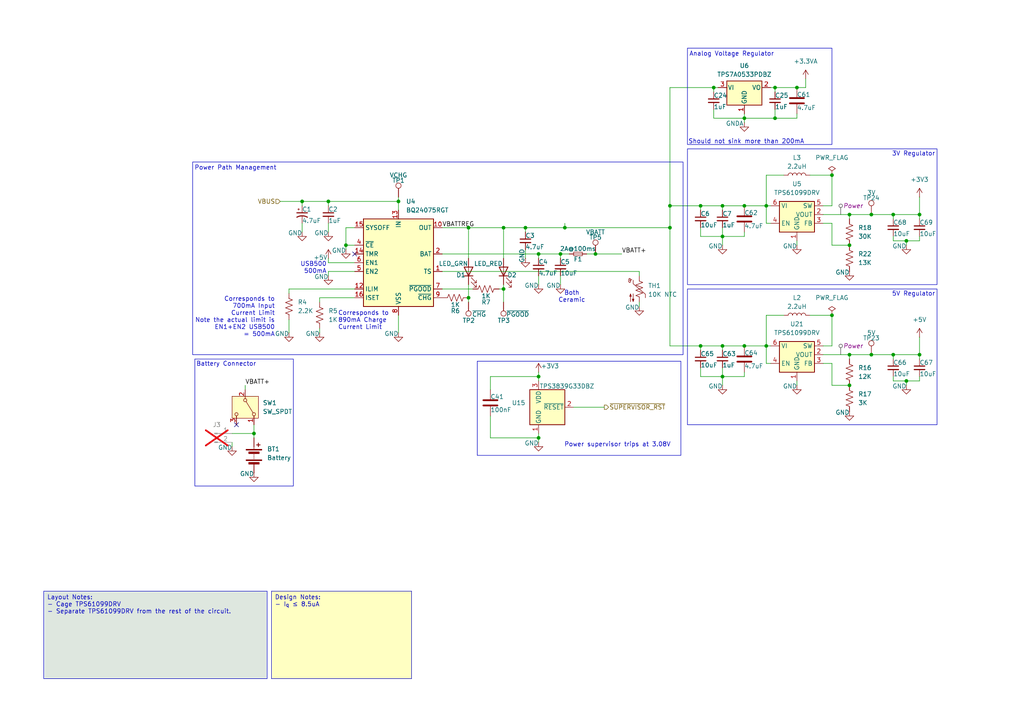
<source format=kicad_sch>
(kicad_sch (version 20231120) (generator "eeschema") (generator_version "8.0")
  (paper "A4")
  (title_block (title "FruityLogger") (date "2024-03-11") (rev "A") (company "FruityJungle Co.") (comment 1 "Designed by Marko Vejnovic"))
  (lib_symbols
    (symbol "Battery_Management:BQ24075RGT"
      (property "Reference" "U" (at -8.89 13.97 0))
      (property "Value" "BQ24075RGT" (at 16.51 13.97 0))
      (symbol "BQ24075RGT_1_1"
        (pin passive line (at 12.7 -2.54 180) (length 2.54) (name "TS") (number "1"))
        (pin power_out line (at 12.7 10.16 180) (length 2.54) (name "OUT") (number "10"))
        (pin passive line (at 12.7 10.16 180) (length 2.54) hide (name "OUT") (number "11"))
        (pin passive line (at -12.7 -7.62 0) (length 2.54) (name "ILIM") (number "12"))
        (pin power_in line (at 0 15.24 270) (length 2.54) (name "IN") (number "13"))
        (pin input line (at -12.7 2.54 0) (length 2.54) (name "TMR") (number "14"))
        (pin input line (at -12.7 10.16 0) (length 2.54) (name "SYSOFF") (number "15"))
        (pin passive line (at -12.7 -10.16 0) (length 2.54) (name "ISET") (number "16"))
        (pin passive line (at 0 -15.24 90) (length 2.54) hide (name "VSS") (number "17"))
        (pin power_out line (at 12.7 2.54 180) (length 2.54) (name "BAT") (number "2"))
        (pin passive line (at 12.7 2.54 180) (length 2.54) hide (name "BAT") (number "3"))
        (pin input line (at -12.7 5.08 0) (length 2.54) (name "~{CE}") (number "4"))
        (pin input line (at -12.7 -2.54 0) (length 2.54) (name "EN2") (number "5"))
        (pin input line (at -12.7 0 0) (length 2.54) (name "EN1") (number "6"))
        (pin open_collector line (at 12.7 -7.62 180) (length 2.54) (name "~{PGOOD}") (number "7"))
        (pin power_in line (at 0 -15.24 90) (length 2.54) (name "VSS") (number "8"))
        (pin open_collector line (at 12.7 -10.16 180) (length 2.54) (name "~{CHG}") (number "9"))
      )
    )
    (symbol "Connector:Conn_01x02_Pin" (pin_names (offset 1.016) hide)
      (property "Reference" "J" (at 0 2.54 0))
      (property "Value" "Conn_01x02_Pin" (at 0 -5.08 0))
      (symbol "Conn_01x02_Pin_1_1"
        (pin passive line (at 5.08 0 180) (length 3.81) (name "Pin_1") (number "1"))
        (pin passive line (at 5.08 -2.54 180) (length 3.81) (name "Pin_2") (number "2"))
      )
    )
    (symbol "Connector:TestPoint" (pin_numbers hide) (pin_names (offset 0.762) hide)
      (property "Reference" "TP" (at 0 6.858 0))
      (property "Value" "TestPoint" (at 0 5.08 0))
      (symbol "TestPoint_1_1"
        (pin passive line (at 0 0 90) (length 2.54) (name "1") (number "1"))
      )
    )
    (symbol "Device:Battery" (pin_numbers hide) (pin_names (offset 0) hide)
      (property "Reference" "BT" (at 2.54 2.54 0))
      (property "Value" "Battery" (at 2.54 0 0))
      (symbol "Battery_1_1"
        (pin passive line (at 0 5.08 270) (length 2.54) (name "+") (number "1"))
        (pin passive line (at 0 -5.08 90) (length 2.54) (name "-") (number "2"))
      )
    )
    (symbol "Device:C" (pin_numbers hide) (pin_names (offset 0.254))
      (property "Reference" "C" (at 0.635 2.54 0))
      (property "Value" "C" (at 0.635 -2.54 0))
      (symbol "C_1_1"
        (pin passive line (at 0 3.81 270) (length 2.794) (name "~") (number "1"))
        (pin passive line (at 0 -3.81 90) (length 2.794) (name "~") (number "2"))
      )
    )
    (symbol "Device:C_Polarized_Small_US" (pin_numbers hide) (pin_names (offset 0.254) hide)
      (property "Reference" "C" (at 0.254 1.778 0))
      (property "Value" "C_Polarized_Small_US" (at 0.254 -2.032 0))
      (symbol "C_Polarized_Small_US_1_1"
        (pin passive line (at 0 2.54 270) (length 2.032) (name "~") (number "1"))
        (pin passive line (at 0 -2.54 90) (length 2.032) (name "~") (number "2"))
      )
    )
    (symbol "Device:C_Small" (pin_numbers hide) (pin_names (offset 0.254) hide)
      (property "Reference" "C" (at 0.254 1.778 0))
      (property "Value" "C_Small" (at 0.254 -2.032 0))
      (symbol "C_Small_1_1"
        (pin passive line (at 0 2.54 270) (length 2.032) (name "~") (number "1"))
        (pin passive line (at 0 -2.54 90) (length 2.032) (name "~") (number "2"))
      )
    )
    (symbol "Device:Fuse_Small" (pin_numbers hide) (pin_names (offset 0.254) hide)
      (property "Reference" "F" (at 0 -1.524 0))
      (property "Value" "Fuse_Small" (at 0 1.524 0))
      (symbol "Fuse_Small_1_1"
        (pin passive line (at -2.54 0 0) (length 1.27) (name "~") (number "1"))
        (pin passive line (at 2.54 0 180) (length 1.27) (name "~") (number "2"))
      )
    )
    (symbol "Device:L" (pin_numbers hide) (pin_names (offset 1.016) hide)
      (property "Reference" "L" (at -1.27 0 90))
      (property "Value" "L" (at 1.905 0 90))
      (symbol "L_1_1"
        (pin passive line (at 0 3.81 270) (length 1.27) (name "1") (number "1"))
        (pin passive line (at 0 -3.81 90) (length 1.27) (name "2") (number "2"))
      )
    )
    (symbol "Device:LED" (pin_numbers hide) (pin_names (offset 1.016) hide)
      (property "Reference" "D" (at 0 2.54 0))
      (property "Value" "LED" (at 0 -2.54 0))
      (symbol "LED_1_1"
        (pin passive line (at -3.81 0 0) (length 2.54) (name "K") (number "1"))
        (pin passive line (at 3.81 0 180) (length 2.54) (name "A") (number "2"))
      )
    )
    (symbol "Device:R_US" (pin_numbers hide) (pin_names (offset 0))
      (property "Reference" "R" (at 2.54 0 90))
      (property "Value" "R_US" (at -2.54 0 90))
      (symbol "R_US_1_1"
        (pin passive line (at 0 3.81 270) (length 1.27) (name "~") (number "1"))
        (pin passive line (at 0 -3.81 90) (length 1.27) (name "~") (number "2"))
      )
    )
    (symbol "Device:Thermistor_NTC_US" (pin_numbers hide) (pin_names (offset 0))
      (property "Reference" "TH" (at -4.445 0 90))
      (property "Value" "Thermistor_NTC_US" (at 3.175 0 90))
      (symbol "Thermistor_NTC_US_1_1"
        (pin passive line (at 0 3.81 270) (length 1.27) (name "~") (number "1"))
        (pin passive line (at 0 -3.81 90) (length 1.27) (name "~") (number "2"))
      )
    )
    (symbol "Power_Supervisor:TPS3839DBZ" (pin_names (offset 0.254))
      (property "Reference" "U" (at 2.54 8.89 0))
      (property "Value" "TPS3839DBZ" (at 2.54 6.35 0))
      (symbol "TPS3839DBZ_1_1"
        (pin power_in line (at 0 -7.62 90) (length 2.54) (name "GND") (number "1"))
        (pin output line (at 10.16 0 180) (length 2.54) (name "~{RESET}") (number "2"))
        (pin power_in line (at 0 7.62 270) (length 2.54) (name "VDD") (number "3"))
      )
    )
    (symbol "Regulator_Linear:TPS7A0533PDBZ" (pin_names (offset 0.254))
      (property "Reference" "U" (at -3.81 3.175 0))
      (property "Value" "TPS7A0533PDBZ" (at 0 3.175 0))
      (symbol "TPS7A0533PDBZ_1_1"
        (pin power_in line (at 0 -7.62 90) (length 2.54) (name "GND") (number "1"))
        (pin power_out line (at 7.62 0 180) (length 2.54) (name "VO") (number "2"))
        (pin power_in line (at -7.62 0 0) (length 2.54) (name "VI") (number "3"))
      )
    )
    (symbol "Regulator_Switching:TPS61099DRV"
      (property "Reference" "U" (at -5.08 7.62 0))
      (property "Value" "TPS61099DRV" (at 0 7.62 0))
      (symbol "TPS61099DRV_1_1"
        (pin power_in line (at 0 -5.08 90) (length 2.54) (name "GND") (number "1"))
        (pin power_out line (at 7.62 2.54 180) (length 2.54) (name "VOUT") (number "2"))
        (pin passive line (at 7.62 0 180) (length 2.54) (name "FB") (number "3"))
        (pin input line (at -7.62 0 0) (length 2.54) (name "EN") (number "4"))
        (pin power_in line (at 7.62 5.08 180) (length 2.54) (name "SW") (number "5"))
        (pin power_in line (at -7.62 5.08 0) (length 2.54) (name "VI") (number "6"))
        (pin passive line (at 0 -5.08 90) (length 2.54) hide (name "GND") (number "7"))
      )
    )
    (symbol "Switch:SW_SPDT" (pin_names (offset 0) hide)
      (property "Reference" "SW" (at 0 5.08 0))
      (property "Value" "SW_SPDT" (at 0 -5.08 0))
      (symbol "SW_SPDT_1_1"
        (pin passive line (at 5.08 2.54 180) (length 2.54) (name "A") (number "1"))
        (pin passive line (at -5.08 0 0) (length 2.54) (name "B") (number "2"))
        (pin passive line (at 5.08 -2.54 180) (length 2.54) (name "C") (number "3"))
      )
    )
    (symbol "power:+3.3VA" (power) (pin_numbers hide) (pin_names (offset 0) hide)
      (property "Value" "+3.3VA" (at 0 3.556 0))
      (symbol "+3.3VA_1_1"
        (pin power_in line (at 0 0 90) (length 0) (name "~") (number "1"))
      )
    )
    (symbol "power:+3V3" (power) (pin_numbers hide) (pin_names (offset 0) hide)
      (property "Value" "+3V3" (at 0 3.556 0))
      (symbol "+3V3_1_1"
        (pin power_in line (at 0 0 90) (length 0) (name "~") (number "1"))
      )
    )
    (symbol "power:+5V" (power) (pin_numbers hide) (pin_names (offset 0) hide)
      (property "Value" "+5V" (at 0 3.556 0))
      (symbol "+5V_1_1"
        (pin power_in line (at 0 0 90) (length 0) (name "~") (number "1"))
      )
    )
    (symbol "power:GND" (power) (pin_numbers hide) (pin_names (offset 0) hide)
      (property "Value" "GND" (at 0 -3.81 0))
      (symbol "GND_1_1"
        (pin power_in line (at 0 0 270) (length 0) (name "~") (number "1"))
      )
    )
    (symbol "power:GNDA" (power) (pin_numbers hide) (pin_names (offset 0) hide)
      (property "Value" "GNDA" (at 0 -3.81 0))
      (symbol "GNDA_1_1"
        (pin power_in line (at 0 0 270) (length 0) (name "~") (number "1"))
      )
    )
    (symbol "power:PWR_FLAG" (power) (pin_numbers hide) (pin_names (offset 0) hide)
      (property "Value" "PWR_FLAG" (at 0 3.81 0))
      (symbol "PWR_FLAG_0_0"
        (pin power_out line (at 0 0 90) (length 0) (name "~") (number "1"))
      )
    )
  )
  (junction (at 100.33 71.12))
  (junction (at 215.9 100.33))
  (junction (at 146.05 66.04))
  (junction (at 246.38 111.76))
  (junction (at 115.57 58.42))
  (junction (at 209.55 109.22))
  (junction (at 259.08 62.23))
  (junction (at 156.21 127))
  (junction (at 209.55 100.33))
  (junction (at 156.21 73.66))
  (junction (at 146.05 83.82))
  (junction (at 73.66 125.73))
  (junction (at 207.01 25.4))
  (junction (at 262.89 69.85))
  (junction (at 95.25 58.42))
  (junction (at 241.3 91.44))
  (junction (at 252.73 62.23))
  (junction (at 231.14 25.4))
  (junction (at 246.38 62.23))
  (junction (at 194.31 59.69))
  (junction (at 209.55 68.58))
  (junction (at 224.79 34.29))
  (junction (at 209.55 59.69))
  (junction (at 162.56 73.66))
  (junction (at 135.89 86.36))
  (junction (at 266.7 62.23))
  (junction (at 194.31 66.04))
  (junction (at 156.21 109.22))
  (junction (at 262.89 110.49))
  (junction (at 222.25 100.33))
  (junction (at 215.9 34.29))
  (junction (at 215.9 59.69))
  (junction (at 203.2 59.69))
  (junction (at 203.2 100.33))
  (junction (at 252.73 102.87))
  (junction (at 259.08 102.87))
  (junction (at 246.38 71.12))
  (junction (at 241.3 50.8))
  (junction (at 224.79 25.4))
  (junction (at 152.4 66.04))
  (junction (at 87.63 58.42))
  (junction (at 266.7 102.87))
  (junction (at 135.89 66.04))
  (junction (at 172.72 73.66))
  (junction (at 246.38 102.87))
  (junction (at 163.83 66.04))
  (junction (at 222.25 59.69))
  (no_connect (at 68.58 123.19))
  (no_connect (at 102.87 73.66))
  (wire (pts (xy 92.71 95.25) (xy 92.71 96.52)))
  (wire (pts (xy 266.7 97.79) (xy 266.7 102.87)))
  (wire (pts (xy 266.7 63.5) (xy 266.7 62.23)))
  (wire (pts (xy 156.21 127) (xy 156.21 125.73)))
  (wire (pts (xy 162.56 73.66) (xy 165.1 73.66)))
  (wire (pts (xy 215.9 33.02) (xy 215.9 34.29)))
  (wire (pts (xy 194.31 59.69) (xy 194.31 66.04)))
  (wire (pts (xy 73.66 123.19) (xy 73.66 125.73)))
  (wire (pts (xy 223.52 25.4) (xy 224.79 25.4)))
  (wire (pts (xy 156.21 109.22) (xy 156.21 110.49)))
  (wire (pts (xy 95.25 64.77) (xy 95.25 67.31)))
  (wire (pts (xy 185.42 87.63) (xy 185.42 88.9)))
  (wire (pts (xy 266.7 110.49) (xy 266.7 109.22)))
  (wire (pts (xy 224.79 25.4) (xy 224.79 26.67)))
  (wire (pts (xy 266.7 57.15) (xy 266.7 62.23)))
  (wire (pts (xy 156.21 73.66) (xy 156.21 74.93)))
  (wire (pts (xy 238.76 100.33) (xy 241.3 100.33)))
  (wire (pts (xy 209.55 68.58) (xy 209.55 71.12)))
  (wire (pts (xy 215.9 59.69) (xy 222.25 59.69)))
  (wire (pts (xy 262.89 110.49) (xy 266.7 110.49)))
  (wire (pts (xy 207.01 25.4) (xy 194.31 25.4)))
  (wire (pts (xy 222.25 100.33) (xy 223.52 100.33)))
  (wire (pts (xy 215.9 100.33) (xy 222.25 100.33)))
  (wire (pts (xy 238.76 59.69) (xy 241.3 59.69)))
  (wire (pts (xy 194.31 59.69) (xy 203.2 59.69)))
  (wire (pts (xy 128.27 78.74) (xy 185.42 78.74)))
  (wire (pts (xy 146.05 83.82) (xy 146.05 82.55)))
  (wire (pts (xy 142.24 109.22) (xy 142.24 113.03)))
  (wire (pts (xy 238.76 62.23) (xy 246.38 62.23)))
  (wire (pts (xy 128.27 83.82) (xy 137.16 83.82)))
  (wire (pts (xy 146.05 83.82) (xy 144.78 83.82)))
  (wire (pts (xy 170.18 73.66) (xy 172.72 73.66)))
  (wire (pts (xy 71.12 111.76) (xy 71.12 113.03)))
  (wire (pts (xy 209.55 59.69) (xy 209.55 60.96)))
  (wire (pts (xy 152.4 66.04) (xy 152.4 67.31)))
  (wire (pts (xy 231.14 69.85) (xy 231.14 71.12)))
  (wire (pts (xy 185.42 78.74) (xy 185.42 80.01)))
  (wire (pts (xy 102.87 86.36) (xy 92.71 86.36)))
  (wire (pts (xy 233.68 22.86) (xy 233.68 25.4)))
  (wire (pts (xy 152.4 66.04) (xy 163.83 66.04)))
  (wire (pts (xy 262.89 69.85) (xy 266.7 69.85)))
  (wire (pts (xy 246.38 111.76) (xy 241.3 111.76)))
  (wire (pts (xy 135.89 82.55) (xy 135.89 86.36)))
  (wire (pts (xy 231.14 25.4) (xy 233.68 25.4)))
  (wire (pts (xy 224.79 34.29) (xy 231.14 34.29)))
  (wire (pts (xy 135.89 86.36) (xy 135.89 87.63)))
  (wire (pts (xy 67.31 128.27) (xy 67.31 129.54)))
  (wire (pts (xy 83.82 83.82) (xy 83.82 85.09)))
  (wire (pts (xy 241.3 111.76) (xy 241.3 105.41)))
  (wire (pts (xy 95.25 78.74) (xy 95.25 80.01)))
  (wire (pts (xy 203.2 100.33) (xy 209.55 100.33)))
  (wire (pts (xy 222.25 59.69) (xy 223.52 59.69)))
  (wire (pts (xy 215.9 34.29) (xy 215.9 35.56)))
  (wire (pts (xy 142.24 127) (xy 156.21 127)))
  (wire (pts (xy 209.55 100.33) (xy 209.55 101.6)))
  (wire (pts (xy 222.25 50.8) (xy 227.33 50.8)))
  (wire (pts (xy 135.89 66.04) (xy 146.05 66.04)))
  (wire (pts (xy 156.21 107.95) (xy 156.21 109.22)))
  (wire (pts (xy 209.55 66.04) (xy 209.55 68.58)))
  (wire (pts (xy 224.79 25.4) (xy 231.14 25.4)))
  (wire (pts (xy 87.63 59.69) (xy 87.63 58.42)))
  (wire (pts (xy 266.7 69.85) (xy 266.7 68.58)))
  (wire (pts (xy 194.31 100.33) (xy 203.2 100.33)))
  (wire (pts (xy 209.55 109.22) (xy 215.9 109.22)))
  (wire (pts (xy 73.66 125.73) (xy 73.66 127)))
  (wire (pts (xy 146.05 83.82) (xy 146.05 87.63)))
  (wire (pts (xy 115.57 91.44) (xy 115.57 96.52)))
  (wire (pts (xy 102.87 71.12) (xy 100.33 71.12)))
  (wire (pts (xy 246.38 62.23) (xy 252.73 62.23)))
  (wire (pts (xy 100.33 71.12) (xy 100.33 72.39)))
  (wire (pts (xy 95.25 74.93) (xy 95.25 76.2)))
  (wire (pts (xy 266.7 104.14) (xy 266.7 102.87)))
  (wire (pts (xy 203.2 101.6) (xy 203.2 100.33)))
  (wire (pts (xy 259.08 110.49) (xy 262.89 110.49)))
  (wire (pts (xy 259.08 102.87) (xy 266.7 102.87)))
  (wire (pts (xy 259.08 68.58) (xy 259.08 69.85)))
  (wire (pts (xy 67.31 125.73) (xy 73.66 125.73)))
  (wire (pts (xy 83.82 92.71) (xy 83.82 96.52)))
  (wire (pts (xy 146.05 66.04) (xy 152.4 66.04)))
  (wire (pts (xy 166.37 118.11) (xy 175.26 118.11)))
  (wire (pts (xy 224.79 31.75) (xy 224.79 34.29)))
  (wire (pts (xy 203.2 68.58) (xy 209.55 68.58)))
  (wire (pts (xy 259.08 102.87) (xy 259.08 104.14)))
  (wire (pts (xy 172.72 73.66) (xy 180.34 73.66)))
  (wire (pts (xy 222.25 64.77) (xy 222.25 59.69)))
  (wire (pts (xy 128.27 73.66) (xy 156.21 73.66)))
  (wire (pts (xy 234.95 50.8) (xy 241.3 50.8)))
  (wire (pts (xy 215.9 68.58) (xy 215.9 67.31)))
  (wire (pts (xy 209.55 59.69) (xy 215.9 59.69)))
  (wire (pts (xy 87.63 58.42) (xy 95.25 58.42)))
  (wire (pts (xy 207.01 31.75) (xy 207.01 34.29)))
  (wire (pts (xy 209.55 109.22) (xy 209.55 111.76)))
  (wire (pts (xy 156.21 80.01) (xy 156.21 82.55)))
  (wire (pts (xy 259.08 69.85) (xy 262.89 69.85)))
  (wire (pts (xy 222.25 100.33) (xy 222.25 91.44)))
  (wire (pts (xy 259.08 62.23) (xy 259.08 63.5)))
  (wire (pts (xy 102.87 83.82) (xy 83.82 83.82)))
  (wire (pts (xy 92.71 86.36) (xy 92.71 87.63)))
  (wire (pts (xy 223.52 64.77) (xy 222.25 64.77)))
  (wire (pts (xy 128.27 66.04) (xy 135.89 66.04)))
  (wire (pts (xy 194.31 66.04) (xy 194.31 100.33)))
  (wire (pts (xy 259.08 62.23) (xy 266.7 62.23)))
  (wire (pts (xy 246.38 102.87) (xy 246.38 104.14)))
  (wire (pts (xy 234.95 91.44) (xy 241.3 91.44)))
  (wire (pts (xy 223.52 105.41) (xy 222.25 105.41)))
  (wire (pts (xy 246.38 102.87) (xy 252.73 102.87)))
  (wire (pts (xy 156.21 73.66) (xy 162.56 73.66)))
  (wire (pts (xy 209.55 100.33) (xy 215.9 100.33)))
  (wire (pts (xy 241.3 100.33) (xy 241.3 91.44)))
  (wire (pts (xy 208.28 25.4) (xy 207.01 25.4)))
  (wire (pts (xy 231.14 110.49) (xy 231.14 111.76)))
  (wire (pts (xy 81.28 58.42) (xy 87.63 58.42)))
  (wire (pts (xy 163.83 66.04) (xy 194.31 66.04)))
  (wire (pts (xy 222.25 105.41) (xy 222.25 100.33)))
  (wire (pts (xy 142.24 120.65) (xy 142.24 127)))
  (wire (pts (xy 203.2 109.22) (xy 209.55 109.22)))
  (wire (pts (xy 102.87 78.74) (xy 95.25 78.74)))
  (wire (pts (xy 252.73 102.87) (xy 259.08 102.87)))
  (wire (pts (xy 215.9 34.29) (xy 224.79 34.29)))
  (wire (pts (xy 209.55 106.68) (xy 209.55 109.22)))
  (wire (pts (xy 115.57 60.96) (xy 115.57 58.42)))
  (wire (pts (xy 203.2 66.04) (xy 203.2 68.58)))
  (wire (pts (xy 162.56 73.66) (xy 162.56 74.93)))
  (wire (pts (xy 207.01 25.4) (xy 207.01 26.67)))
  (wire (pts (xy 209.55 68.58) (xy 215.9 68.58)))
  (wire (pts (xy 207.01 34.29) (xy 215.9 34.29)))
  (wire (pts (xy 163.83 64.77) (xy 163.83 66.04)))
  (wire (pts (xy 222.25 59.69) (xy 222.25 50.8)))
  (wire (pts (xy 241.3 64.77) (xy 238.76 64.77)))
  (wire (pts (xy 241.3 59.69) (xy 241.3 50.8)))
  (wire (pts (xy 115.57 57.15) (xy 115.57 58.42)))
  (wire (pts (xy 203.2 106.68) (xy 203.2 109.22)))
  (wire (pts (xy 252.73 62.23) (xy 259.08 62.23)))
  (wire (pts (xy 203.2 59.69) (xy 209.55 59.69)))
  (wire (pts (xy 95.25 58.42) (xy 115.57 58.42)))
  (wire (pts (xy 87.63 64.77) (xy 87.63 67.31)))
  (wire (pts (xy 262.89 110.49) (xy 262.89 111.76)))
  (wire (pts (xy 238.76 102.87) (xy 246.38 102.87)))
  (wire (pts (xy 222.25 91.44) (xy 227.33 91.44)))
  (wire (pts (xy 142.24 109.22) (xy 156.21 109.22)))
  (wire (pts (xy 231.14 34.29) (xy 231.14 33.02)))
  (wire (pts (xy 246.38 62.23) (xy 246.38 63.5)))
  (wire (pts (xy 259.08 109.22) (xy 259.08 110.49)))
  (wire (pts (xy 246.38 71.12) (xy 241.3 71.12)))
  (wire (pts (xy 215.9 109.22) (xy 215.9 107.95)))
  (wire (pts (xy 241.3 71.12) (xy 241.3 64.77)))
  (wire (pts (xy 102.87 76.2) (xy 95.25 76.2)))
  (wire (pts (xy 156.21 127) (xy 156.21 128.27)))
  (wire (pts (xy 162.56 80.01) (xy 162.56 82.55)))
  (wire (pts (xy 102.87 66.04) (xy 100.33 66.04)))
  (wire (pts (xy 241.3 105.41) (xy 238.76 105.41)))
  (wire (pts (xy 100.33 66.04) (xy 100.33 71.12)))
  (wire (pts (xy 194.31 25.4) (xy 194.31 59.69)))
  (wire (pts (xy 135.89 66.04) (xy 135.89 74.93)))
  (wire (pts (xy 152.4 74.93) (xy 152.4 72.39)))
  (wire (pts (xy 95.25 58.42) (xy 95.25 59.69)))
  (wire (pts (xy 262.89 69.85) (xy 262.89 71.12)))
  (wire (pts (xy 203.2 60.96) (xy 203.2 59.69)))
  (wire (pts (xy 146.05 66.04) (xy 146.05 74.93)))
  (rectangle (start 56.515 104.14) (end 85.09 140.97))
  (rectangle (start 199.39 13.97) (end 241.3 41.91))
  (rectangle (start 138.43 104.775) (end 197.485 132.08))
  (rectangle (start 55.88 46.99) (end 198.12 102.87))
  (rectangle (start 199.39 83.82) (end 271.78 123.19))
  (rectangle (start 199.39 43.18) (end 271.78 82.55))
  (text_box "Layout Notes:\n- Cage TPS61099DRV\n- Separate TPS61099DRV from the rest of the circuit." (at 12.7 171.45 0) (size 64.77 25.4) (fill (type color) (color 222 231 223 1)) (effects (font (size 1.27 1.27)) (justify left top)))
  (text_box "Design Notes:\n- I_{q} ≤ 8.5uA\n" (at 78.74 171.45 0) (size 40.64 25.4) (fill (type color) (color 255 255 194 1)) (effects (font (size 1.27 1.27)) (justify left top)))
  (text "Analog Voltage Regulator" (at 199.898 14.986 0) (effects (font (size 1.27 1.27)) (justify left top)))
  (text "5V Regulator" (at 271.272 84.582 0) (effects (font (size 1.27 1.27)) (justify right top)))
  (text "3V Regulator" (at 271.272 43.942 0) (effects (font (size 1.27 1.27)) (justify right top)))
  (text "Should not sink more than 200mA" (at 199.644 41.148 0) (effects (font (size 1.27 1.27)) (justify left)))
  (text "Corresponds to\n890mA Charge\nCurrent Limit" (at 98.044 92.964 0) (effects (font (size 1.27 1.27)) (justify left)))
  (text "USB500\n500mA" (at 94.742 77.724 0) (effects (font (size 1.27 1.27)) (justify right)))
  (text "Battery Connector" (at 56.896 105.664 0) (effects (font (size 1.27 1.27)) (justify left)))
  (text "Corresponds to\n700mA Input\nCurrent Limit\nNote the actual limit is\nEN1+EN2 USB500\n= 500mA" (at 79.756 91.948 0) (effects (font (size 1.27 1.27)) (justify right)))
  (text "Both\nCeramic" (at 165.862 86.106 0) (effects (font (size 1.27 1.27))))
  (text "Power Path Management" (at 56.388 48.768 0) (effects (font (size 1.27 1.27)) (justify left)))
  (text "Power supervisor trips at 3.08V" (at 194.564 129.032 0) (effects (font (size 1.27 1.27)) (justify right)))
  (label "VBATTREG" (at 128.27 66.04 0))
  (label "VBATT+" (at 180.34 73.66 0))
  (label "VBATT+" (at 71.12 111.76 0))
  (hierarchical_label "~{SUPERVISOR_RST}" (shape output) (at 175.26 118.11 0))
  (hierarchical_label "VBUS" (shape input) (at 81.28 58.42 180))
  (netclass_flag "" (length 2.54) (shape round) (at 243.84 102.87 0) (property "Power" "Power" (at 244.5385 100.33 0) (effects (font (italic yes)) (justify left))))
  (netclass_flag "" (length 2.54) (shape round) (at 243.84 62.23 0) (property "Power" "Power" (at 244.5385 59.69 0) (effects (font (italic yes)) (justify left))))
  (symbol (lib_id "power:GND") (at 162.56 82.55 0) (unit 1)
    (property "Reference" "#PWR025" (effects (hide yes)))
    (property "Value" "GND" (at 160.528 82.804 0))
    (property "Description" "Power symbol creates a global label with name \"GND\" , ground" (effects (hide yes)))
  )
  (symbol (lib_id "Device:L") (at 231.14 50.8 90) (unit 1)
    (property "Reference" "L3" (at 231.14 45.72 90))
    (property "Value" "2.2uH" (at 231.14 48.26 90))
    (property "Footprint" "Inductor_SMD:L_Sunlord_SWPA3015S" (effects (hide yes)))
    (property "Description" "Inductor" (effects (hide yes)))
    (property "Cost" "0.03845" (effects (hide yes)))
    (property "JLCPCB" "https://jlcpcb.com/partdetail/Sunlord-SWPA3015S2R2MT/C43389" (effects (hide yes)))
    (property "JLCPCB Basic?" "True" (effects (hide yes)))
  )
  (symbol (lib_id "power:GND") (at 95.25 80.01 0) (unit 1)
    (property "Reference" "#PWR019" (effects (hide yes)))
    (property "Value" "GND" (at 93.218 80.264 0))
    (property "Description" "Power symbol creates a global label with name \"GND\" , ground" (effects (hide yes)))
  )
  (symbol (lib_id "Device:C_Small") (at 266.7 106.68 0) (unit 1)
    (property "Reference" "C67" (at 266.7 105.156 0) (effects (justify left)))
    (property "Value" "10uF" (at 266.7 108.458 0) (effects (justify left)))
    (property "Footprint" "Capacitor_SMD:C_0805_2012Metric" (effects (hide yes)))
    (property "Description" "Unpolarized capacitor, small symbol" (effects (hide yes)))
    (property "Cost" "0.0146" (effects (hide yes)))
    (property "JLCPCB" "https://jlcpcb.com/partdetail/16532-CL21A106KAYNNNE/C15850" (effects (hide yes)))
    (property "JLCPCB Basic?" "True" (effects (hide yes)))
  )
  (symbol (lib_id "Battery_Management:BQ24075RGT") (at 115.57 76.2 0) (unit 1)
    (property "Reference" "U4" (at 117.7641 58.42 0) (effects (justify left)))
    (property "Value" "BQ24075RGT" (at 117.7641 60.96 0) (effects (justify left)))
    (property "Footprint" "Package_DFN_QFN:VQFN-16-1EP_3x3mm_P0.5mm_EP1.6x1.6mm" (effects (hide yes)))
    (property "Datasheet" "http://www.ti.com/lit/ds/symlink/bq24075.pdf" (effects (hide yes)))
    (property "Description" "USB-Friendly Li-Ion Battery Charger and Power-Path Management, VQFN-16" (effects (hide yes)))
    (property "Cost" "1.0635" (effects (hide yes)))
    (property "JLCPCB Basic?" "False" (effects (hide yes)))
    (property "JLCPCB" "https://jlcpcb.com/partdetail/TexasInstruments-BQ24075RGTR/C15464" (effects (hide yes)))
  )
  (symbol (lib_id "Device:C") (at 142.24 116.84 0) (unit 1)
    (property "Reference" "C41" (at 142.24 115.062 0) (effects (justify left)))
    (property "Value" "100nF" (at 142.24 118.872 0) (effects (justify left)))
    (property "Footprint" "Capacitor_SMD:C_0603_1608Metric" (effects (hide yes)))
    (property "Description" "Unpolarized capacitor" (effects (hide yes)))
    (property "Cost" "0.0021" (effects (hide yes)))
    (property "JLCPCB" "https://jlcpcb.com/partdetail/Yageo-CC0603KRX7R9BB104/C14663" (effects (hide yes)))
    (property "JLCPCB Basic?" "True" (effects (hide yes)))
  )
  (symbol (lib_id "Device:C_Small") (at 203.2 104.14 0) (unit 1)
    (property "Reference" "C65" (at 203.2 102.616 0) (effects (justify left)))
    (property "Value" "10uF" (at 203.2 105.918 0) (effects (justify left)))
    (property "Footprint" "Capacitor_SMD:C_0805_2012Metric" (effects (hide yes)))
    (property "Description" "Unpolarized capacitor, small symbol" (effects (hide yes)))
    (property "Cost" "0.0146" (effects (hide yes)))
    (property "JLCPCB" "https://jlcpcb.com/partdetail/16532-CL21A106KAYNNNE/C15850" (effects (hide yes)))
    (property "JLCPCB Basic?" "True" (effects (hide yes)))
  )
  (symbol (lib_id "power:+5V") (at 266.7 97.79 0) (unit 1)
    (property "Reference" "#PWR0176" (effects (hide yes)))
    (property "Value" "+5V" (at 266.7 92.71 0))
    (property "Description" "Power symbol creates a global label with name \"+5V\"" (effects (hide yes)))
  )
  (symbol (lib_id "power:GND") (at 246.38 78.74 0) (unit 1)
    (property "Reference" "#PWR0181" (effects (hide yes)))
    (property "Value" "GND" (at 244.348 78.994 0))
    (property "Description" "Power symbol creates a global label with name \"GND\" , ground" (effects (hide yes)))
  )
  (symbol (lib_id "Connector:TestPoint") (at 252.73 62.23 0) (unit 1)
    (property "Reference" "TP24" (at 252.73 57.404 0))
    (property "Value" "3V" (at 252.73 55.88 0))
    (property "Footprint" "TestPoint:TestPoint_Pad_D1.0mm" (effects (hide yes)))
    (property "Description" "test point" (effects (hide yes)))
  )
  (symbol (lib_id "Connector:TestPoint") (at 252.73 102.87 0) (unit 1)
    (property "Reference" "TP23" (at 252.73 98.044 0))
    (property "Value" "5V" (at 252.73 96.52 0))
    (property "Footprint" "TestPoint:TestPoint_Pad_D1.0mm" (effects (hide yes)))
    (property "Description" "test point" (effects (hide yes)))
  )
  (symbol (lib_id "Connector:TestPoint") (at 115.57 57.15 0) (unit 1)
    (property "Reference" "TP1" (at 115.57 52.324 0))
    (property "Value" "VCHG" (at 115.57 50.8 0))
    (property "Footprint" "TestPoint:TestPoint_Pad_D1.0mm" (effects (hide yes)))
    (property "Description" "test point" (effects (hide yes)))
  )
  (symbol (lib_id "power:GNDA") (at 215.9 35.56 0) (unit 1)
    (property "Reference" "#PWR031" (effects (hide yes)))
    (property "Value" "GNDA" (at 213.106 35.814 0))
    (property "Description" "Power symbol creates a global label with name \"GNDA\" , analog ground" (effects (hide yes)))
  )
  (symbol (lib_id "power:GND") (at 185.42 88.9 0) (unit 1)
    (property "Reference" "#PWR027" (effects (hide yes)))
    (property "Value" "GND" (at 183.388 89.154 0))
    (property "Description" "Power symbol creates a global label with name \"GND\" , ground" (effects (hide yes)))
  )
  (symbol (lib_id "Device:C") (at 215.9 63.5 0) (unit 1)
    (property "Reference" "C62" (at 215.9 61.722 0) (effects (justify left)))
    (property "Value" "4.7uF" (at 215.9 65.532 0) (effects (justify left)))
    (property "Footprint" "Capacitor_SMD:C_0805_2012Metric" (effects (hide yes)))
    (property "Description" "Unpolarized capacitor" (effects (hide yes)))
    (property "JLCPCB Basic?" "True" (effects (hide yes)))
    (property "Cost" "0.0146" (effects (hide yes)))
    (property "JLCPCB" "https://jlcpcb.com/partdetail/2131-CL21A475KAQNNNE/C1779" (effects (hide yes)))
  )
  (symbol (lib_id "power:GND") (at 262.89 71.12 0) (unit 1)
    (property "Reference" "#PWR0182" (effects (hide yes)))
    (property "Value" "GND" (at 260.858 71.374 0))
    (property "Description" "Power symbol creates a global label with name \"GND\" , ground" (effects (hide yes)))
  )
  (symbol (lib_id "Device:LED") (at 146.05 78.74 90) (unit 1)
    (property "Reference" "D2" (at 149.86 79.756 90) (effects (justify left)))
    (property "Value" "LED_RED" (at 145.796 76.454 90) (effects (justify left)))
    (property "Footprint" "LED_SMD:LED_0805_2012Metric" (effects (hide yes)))
    (property "Description" "Light emitting diode" (effects (hide yes)))
    (property "JLCPCB" "https://jlcpcb.com/partdetail/Hubei_KentoElec-KT0805Y/C2296" (effects (hide yes)))
    (property "Cost" "0.0132" (effects (hide yes)))
    (property "JLCPCB Basic?" "True" (effects (hide yes)))
  )
  (symbol (lib_id "power:+3V3") (at 266.7 57.15 0) (unit 1)
    (property "Reference" "#PWR0183" (effects (hide yes)))
    (property "Value" "+3V3" (at 266.7 52.07 0))
    (property "Description" "Power symbol creates a global label with name \"+3V3\"" (effects (hide yes)))
  )
  (symbol (lib_id "Device:C") (at 231.14 29.21 0) (unit 1)
    (property "Reference" "C61" (at 231.14 27.432 0) (effects (justify left)))
    (property "Value" "4.7uF" (at 231.14 31.242 0) (effects (justify left)))
    (property "Footprint" "Capacitor_SMD:C_0805_2012Metric" (effects (hide yes)))
    (property "Description" "Unpolarized capacitor" (effects (hide yes)))
    (property "JLCPCB Basic?" "True" (effects (hide yes)))
    (property "Cost" "0.0146" (effects (hide yes)))
    (property "JLCPCB" "https://jlcpcb.com/partdetail/2131-CL21A475KAQNNNE/C1779" (effects (hide yes)))
  )
  (symbol (lib_id "power:GND") (at 115.57 96.52 0) (unit 1)
    (property "Reference" "#PWR021" (effects (hide yes)))
    (property "Value" "GND" (at 113.538 96.774 0))
    (property "Description" "Power symbol creates a global label with name \"GND\" , ground" (effects (hide yes)))
  )
  (symbol (lib_id "Connector:TestPoint") (at 135.89 87.63 180) (unit 1)
    (property "Reference" "TP2" (at 134.112 92.964 0) (effects (justify right)))
    (property "Value" "~{CHG}" (at 136.906 91.186 0) (effects (justify right)))
    (property "Footprint" "TestPoint:TestPoint_Pad_D1.0mm" (effects (hide yes)))
    (property "Description" "test point" (effects (hide yes)))
  )
  (symbol (lib_id "Device:C_Small") (at 156.21 77.47 0) (unit 1)
    (property "Reference" "C4" (at 156.21 75.946 0) (effects (justify left)))
    (property "Value" "4.7uF" (at 156.21 79.248 0) (effects (justify left)))
    (property "Footprint" "Capacitor_SMD:C_0805_2012Metric" (effects (hide yes)))
    (property "Description" "Unpolarized capacitor, small symbol" (effects (hide yes)))
    (property "Cost" "0.0146" (effects (hide yes)))
    (property "JLCPCB" "https://jlcpcb.com/partdetail/2131-CL21A475KAQNNNE/C1779" (effects (hide yes)))
    (property "JLCPCB Basic?" "True" (effects (hide yes)))
  )
  (symbol (lib_id "power:GND") (at 246.38 119.38 0) (unit 1)
    (property "Reference" "#PWR0180" (effects (hide yes)))
    (property "Value" "GND" (at 244.348 119.634 0))
    (property "Description" "Power symbol creates a global label with name \"GND\" , ground" (effects (hide yes)))
  )
  (symbol (lib_id "Device:C_Small") (at 266.7 66.04 0) (unit 1)
    (property "Reference" "C69" (at 266.7 64.516 0) (effects (justify left)))
    (property "Value" "10uF" (at 266.7 67.818 0) (effects (justify left)))
    (property "Footprint" "Capacitor_SMD:C_0805_2012Metric" (effects (hide yes)))
    (property "Description" "Unpolarized capacitor, small symbol" (effects (hide yes)))
    (property "Cost" "0.0146" (effects (hide yes)))
    (property "JLCPCB" "https://jlcpcb.com/partdetail/16532-CL21A106KAYNNNE/C15850" (effects (hide yes)))
    (property "JLCPCB Basic?" "True" (effects (hide yes)))
  )
  (symbol (lib_id "Power_Supervisor:TPS3839DBZ") (at 156.21 118.11 0) (unit 1)
    (property "Reference" "U15" (at 152.4 116.8399 0) (effects (justify right)))
    (property "Value" "TPS3839G33DBZ" (at 156.464 112.014 0) (effects (justify left)))
    (property "Footprint" "Package_TO_SOT_SMD:SOT-23" (effects (hide yes)))
    (property "Datasheet" "http://www.ti.com/lit/ds/sbvs193d/sbvs193d.pdf" (effects (hide yes)))
    (property "Description" "150-nA, Ultralow Power, Supply Voltage Monitor, SOT-23" (effects (hide yes)))
    (property "Cost" "0.3136" (effects (hide yes)))
    (property "JLCPCB" "https://jlcpcb.com/partdetail/TexasInstruments-TPS3839G33DBZR/C485802" (effects (hide yes)))
    (property "JLCPCB Basic?" "False" (effects (hide yes)))
  )
  (symbol (lib_id "Device:C_Small") (at 209.55 104.14 0) (unit 1)
    (property "Reference" "C63" (at 209.55 102.616 0) (effects (justify left)))
    (property "Value" "1uF" (at 209.55 105.918 0) (effects (justify left)))
    (property "Footprint" "Capacitor_SMD:C_0805_2012Metric" (effects (hide yes)))
    (property "Description" "Unpolarized capacitor, small symbol" (effects (hide yes)))
    (property "Cost" "$0.009" (effects (hide yes)))
    (property "JLCPCB" "https://jlcpcb.com/partdetail/29074-CL21B105KBFNNNE/C28323" (effects (hide yes)))
    (property "JLCPCB Basic?" "True" (effects (hide yes)))
  )
  (symbol (lib_id "Device:C_Small") (at 209.55 63.5 0) (unit 1)
    (property "Reference" "C7" (at 209.55 61.976 0) (effects (justify left)))
    (property "Value" "1uF" (at 209.55 65.278 0) (effects (justify left)))
    (property "Footprint" "Capacitor_SMD:C_0805_2012Metric" (effects (hide yes)))
    (property "Description" "Unpolarized capacitor, small symbol" (effects (hide yes)))
    (property "Cost" "$0.009" (effects (hide yes)))
    (property "JLCPCB" "https://jlcpcb.com/partdetail/29074-CL21B105KBFNNNE/C28323" (effects (hide yes)))
    (property "JLCPCB Basic?" "True" (effects (hide yes)))
  )
  (symbol (lib_id "Device:R_US") (at 83.82 88.9 0) (unit 1)
    (property "Reference" "R4" (at 86.36 87.6299 0) (effects (justify left)))
    (property "Value" "2.2K" (at 86.36 90.1699 0) (effects (justify left)))
    (property "Footprint" "Resistor_SMD:R_0603_1608Metric" (effects (hide yes)))
    (property "Description" "Resistor, US symbol" (effects (hide yes)))
    (property "JLCPCB Basic?" "True" (effects (hide yes)))
    (property "Cost" "0.0010" (effects (hide yes)))
    (property "JLCPCB" "https://jlcpcb.com/partdetail/4597-0603WAF2201T5E/C4190" (effects (hide yes)))
  )
  (symbol (lib_id "Device:R_US") (at 246.38 74.93 0) (unit 1)
    (property "Reference" "R22" (at 248.92 73.6599 0) (effects (justify left)))
    (property "Value" "13K" (at 248.92 76.1999 0) (effects (justify left)))
    (property "Footprint" "Resistor_SMD:R_0603_1608Metric" (effects (hide yes)))
    (property "Description" "Resistor, US symbol" (effects (hide yes)))
    (property "Cost" "0.0009" (effects (hide yes)))
    (property "JLCPCB" "https://jlcpcb.com/partdetail/23524-0603WAF1302T5E/C22797" (effects (hide yes)))
    (property "JLCPCB Basic?" "True" (effects (hide yes)))
  )
  (symbol (lib_id "Device:C_Small") (at 259.08 66.04 0) (unit 1)
    (property "Reference" "C68" (at 259.08 64.516 0) (effects (justify left)))
    (property "Value" "10uF" (at 259.08 67.818 0) (effects (justify left)))
    (property "Footprint" "Capacitor_SMD:C_0805_2012Metric" (effects (hide yes)))
    (property "Description" "Unpolarized capacitor, small symbol" (effects (hide yes)))
    (property "Cost" "0.0146" (effects (hide yes)))
    (property "JLCPCB" "https://jlcpcb.com/partdetail/16532-CL21A106KAYNNNE/C15850" (effects (hide yes)))
    (property "JLCPCB Basic?" "True" (effects (hide yes)))
  )
  (symbol (lib_id "Device:R_US") (at 140.97 83.82 270) (unit 1)
    (property "Reference" "R7" (at 140.97 87.63 90))
    (property "Value" "1K" (at 140.97 85.852 90))
    (property "Footprint" "Resistor_SMD:R_0603_1608Metric" (effects (hide yes)))
    (property "Description" "Resistor, US symbol" (effects (hide yes)))
    (property "Cost" "0.0007" (effects (hide yes)))
    (property "JLCPCB" "https://jlcpcb.com/partdetail/21904-0603WAF1001T5E/C21190" (effects (hide yes)))
    (property "JLCPCB Basic?" "True" (effects (hide yes)))
  )
  (symbol (lib_id "Device:Thermistor_NTC_US") (at 185.42 83.82 0) (unit 1)
    (property "Reference" "TH1" (at 187.96 82.8674 0) (effects (justify left)))
    (property "Value" "10K NTC" (at 187.96 85.4074 0) (effects (justify left)))
    (property "Footprint" "Resistor_SMD:R_0603_1608Metric" (effects (hide yes)))
    (property "Description" "Temperature dependent resistor, negative temperature coefficient, US symbol" (effects (hide yes)))
    (property "JLCPCB Basic?" "False" (effects (hide yes)))
    (property "Cost" "0.0674" (effects (hide yes)))
    (property "JLCPCB" "https://jlcpcb.com/partdetail/Tdk-NTCG164BH103JT1/C524451" (effects (hide yes)))
  )
  (symbol (lib_id "Device:C_Small") (at 162.56 77.47 0) (unit 1)
    (property "Reference" "C5" (at 162.56 75.946 0) (effects (justify left)))
    (property "Value" "10uF" (at 162.56 79.248 0) (effects (justify left)))
    (property "Footprint" "Capacitor_SMD:C_0805_2012Metric" (effects (hide yes)))
    (property "Description" "Unpolarized capacitor, small symbol" (effects (hide yes)))
    (property "Cost" "0.0146" (effects (hide yes)))
    (property "JLCPCB" "https://jlcpcb.com/partdetail/16532-CL21A106KAYNNNE/C15850" (effects (hide yes)))
    (property "JLCPCB Basic?" "True" (effects (hide yes)))
  )
  (symbol (lib_id "Device:C_Small") (at 224.79 29.21 0) (unit 1)
    (property "Reference" "C25" (at 224.79 27.686 0) (effects (justify left)))
    (property "Value" "1uF" (at 224.79 30.988 0) (effects (justify left)))
    (property "Footprint" "Capacitor_SMD:C_0805_2012Metric" (effects (hide yes)))
    (property "Description" "Unpolarized capacitor, small symbol" (effects (hide yes)))
    (property "Cost" "$0.009" (effects (hide yes)))
    (property "JLCPCB" "https://jlcpcb.com/partdetail/29074-CL21B105KBFNNNE/C28323" (effects (hide yes)))
    (property "JLCPCB Basic?" "True" (effects (hide yes)))
  )
  (symbol (lib_id "power:GND") (at 152.4 74.93 0) (unit 1)
    (property "Reference" "#PWR023" (effects (hide yes)))
    (property "Value" "GND" (at 151.384 74.168 90))
    (property "Description" "Power symbol creates a global label with name \"GND\" , ground" (effects (hide yes)))
  )
  (symbol (lib_id "Device:L") (at 231.14 91.44 90) (unit 1)
    (property "Reference" "L2" (at 231.14 86.36 90))
    (property "Value" "2.2uH" (at 231.14 88.9 90))
    (property "Footprint" "Inductor_SMD:L_Sunlord_SWPA3015S" (effects (hide yes)))
    (property "Description" "Inductor" (effects (hide yes)))
    (property "Cost" "0.03845" (effects (hide yes)))
    (property "JLCPCB" "https://jlcpcb.com/partdetail/Sunlord-SWPA3015S2R2MT/C43389" (effects (hide yes)))
    (property "JLCPCB Basic?" "True" (effects (hide yes)))
  )
  (symbol (lib_id "Device:C_Small") (at 152.4 69.85 0) (unit 1)
    (property "Reference" "C3" (at 152.4 68.326 0) (effects (justify left)))
    (property "Value" "4.7uF" (at 152.4 71.628 0) (effects (justify left)))
    (property "Footprint" "Capacitor_SMD:C_0805_2012Metric" (effects (hide yes)))
    (property "Description" "Unpolarized capacitor, small symbol" (effects (hide yes)))
    (property "Cost" "0.0146" (effects (hide yes)))
    (property "JLCPCB" "https://jlcpcb.com/partdetail/2131-CL21A475KAQNNNE/C1779" (effects (hide yes)))
    (property "JLCPCB Basic?" "True" (effects (hide yes)))
  )
  (symbol (lib_id "Device:R_US") (at 246.38 115.57 0) (unit 1)
    (property "Reference" "R17" (at 248.92 114.2999 0) (effects (justify left)))
    (property "Value" "3K" (at 248.92 116.8399 0) (effects (justify left)))
    (property "Footprint" "Resistor_SMD:R_0805_2012Metric" (effects (hide yes)))
    (property "Description" "Resistor, US symbol" (effects (hide yes)))
    (property "Cost" "0.0016" (effects (hide yes)))
    (property "JLCPCB" "https://jlcpcb.com/partdetail/18349-0805W8F3001T5E/C17661" (effects (hide yes)))
    (property "JLCPCB Basic?" "True" (effects (hide yes)))
  )
  (symbol (lib_id "power:PWR_FLAG") (at 241.3 91.44 0) (unit 1)
    (property "Reference" "#FLG02" (effects (hide yes)))
    (property "Value" "PWR_FLAG" (at 241.3 86.36 0))
    (property "Description" "Special symbol for telling ERC where power comes from" (effects (hide yes)))
  )
  (symbol (lib_id "Device:R_US") (at 132.08 86.36 90) (unit 1)
    (property "Reference" "R6" (at 132.08 90.17 90))
    (property "Value" "1K" (at 132.08 88.392 90))
    (property "Footprint" "Resistor_SMD:R_0603_1608Metric" (effects (hide yes)))
    (property "Description" "Resistor, US symbol" (effects (hide yes)))
    (property "JLCPCB" "https://jlcpcb.com/partdetail/21904-0603WAF1001T5E/C21190" (effects (hide yes)))
    (property "Cost" "0.0007" (effects (hide yes)))
    (property "JLCPCB Basic?" "True" (effects (hide yes)))
  )
  (symbol (lib_id "Device:Fuse_Small") (at 167.64 73.66 0) (unit 1)
    (property "Reference" "F1" (at 167.64 75.184 0))
    (property "Value" "2A@100ms" (at 167.64 72.136 0))
    (property "Footprint" "ProjectLib:FuseLine" (effects (hide yes)))
    (property "Description" "Fuse, small symbol" (effects (hide yes)))
  )
  (symbol (lib_id "power:GND") (at 231.14 71.12 0) (unit 1)
    (property "Reference" "#PWR030" (effects (hide yes)))
    (property "Value" "GND" (at 229.108 71.374 0))
    (property "Description" "Power symbol creates a global label with name \"GND\" , ground" (effects (hide yes)))
  )
  (symbol (lib_id "power:GND") (at 95.25 67.31 0) (unit 1)
    (property "Reference" "#PWR017" (effects (hide yes)))
    (property "Value" "GND" (at 93.218 67.564 0))
    (property "Description" "Power symbol creates a global label with name \"GND\" , ground" (effects (hide yes)))
  )
  (symbol (lib_id "Device:C_Small") (at 207.01 29.21 0) (unit 1)
    (property "Reference" "C24" (at 207.01 27.686 0) (effects (justify left)))
    (property "Value" "1uF" (at 207.01 30.988 0) (effects (justify left)))
    (property "Footprint" "Capacitor_SMD:C_0805_2012Metric" (effects (hide yes)))
    (property "Description" "Unpolarized capacitor, small symbol" (effects (hide yes)))
    (property "Cost" "$0.009" (effects (hide yes)))
    (property "JLCPCB" "https://jlcpcb.com/partdetail/29074-CL21B105KBFNNNE/C28323" (effects (hide yes)))
    (property "JLCPCB Basic?" "True" (effects (hide yes)))
  )
  (symbol (lib_id "power:GND") (at 87.63 67.31 0) (unit 1)
    (property "Reference" "#PWR014" (effects (hide yes)))
    (property "Value" "GND" (at 85.598 67.564 0))
    (property "Description" "Power symbol creates a global label with name \"GND\" , ground" (effects (hide yes)))
  )
  (symbol (lib_id "power:GND") (at 209.55 71.12 0) (unit 1)
    (property "Reference" "#PWR029" (effects (hide yes)))
    (property "Value" "GND" (at 207.518 71.374 0))
    (property "Description" "Power symbol creates a global label with name \"GND\" , ground" (effects (hide yes)))
  )
  (symbol (lib_id "Connector:TestPoint") (at 146.05 87.63 180) (unit 1)
    (property "Reference" "TP3" (at 144.272 92.964 0) (effects (justify right)))
    (property "Value" "~{PGOOD}" (at 146.812 91.186 0) (effects (justify right)))
    (property "Footprint" "TestPoint:TestPoint_Pad_D1.0mm" (effects (hide yes)))
    (property "Description" "test point" (effects (hide yes)))
  )
  (symbol (lib_id "power:GND") (at 156.21 128.27 0) (unit 1)
    (property "Reference" "#PWR0110" (effects (hide yes)))
    (property "Value" "GND" (at 154.178 128.524 0))
    (property "Description" "Power symbol creates a global label with name \"GND\" , ground" (effects (hide yes)))
  )
  (symbol (lib_id "Switch:SW_SPDT") (at 71.12 118.11 270) (unit 1)
    (property "Reference" "SW1" (at 76.2 116.8399 90) (effects (justify left)))
    (property "Value" "SW_SPDT" (at 76.2 119.3799 90) (effects (justify left)))
    (property "Footprint" "Button_Switch_THT:SW_Slide_SPDT_Angled_CK_OS102011MA1Q" (effects (hide yes)))
    (property "Description" "Switch, single pole double throw" (effects (hide yes)))
  )
  (symbol (lib_id "Connector:TestPoint") (at 172.72 73.66 0) (unit 1)
    (property "Reference" "TP5" (at 172.72 68.834 0))
    (property "Value" "VBATT" (at 172.72 67.31 0))
    (property "Footprint" "TestPoint:TestPoint_Pad_D1.0mm" (effects (hide yes)))
    (property "Description" "test point" (effects (hide yes)))
  )
  (symbol (lib_id "Device:C_Polarized_Small_US") (at 87.63 62.23 0) (unit 1)
    (property "Reference" "C1" (at 87.63 60.706 0) (effects (justify left)))
    (property "Value" "4.7uF" (at 87.63 64.008 0) (effects (justify left)))
    (property "Footprint" "Capacitor_SMD:C_0805_2012Metric" (effects (hide yes)))
    (property "Description" "Polarized capacitor, small US symbol" (effects (hide yes)))
    (property "Cost" "0.0146" (effects (hide yes)))
    (property "JLCPCB" "https://jlcpcb.com/partdetail/2131-CL21A475KAQNNNE/C1779" (effects (hide yes)))
    (property "JLCPCB Basic?" "True" (effects (hide yes)))
  )
  (symbol (lib_id "Regulator_Linear:TPS7A0533PDBZ") (at 215.9 25.4 0) (unit 1)
    (property "Reference" "U6" (at 215.9 19.05 0))
    (property "Value" "TPS7A0533PDBZ" (at 215.9 21.59 0))
    (property "Footprint" "Package_TO_SOT_SMD:SOT-23" (effects (hide yes)))
    (property "Datasheet" "https://www.ti.com/lit/ds/symlink/tps7a05.pdf" (effects (hide yes)))
    (property "Description" "200-mA Ultra-Low-Iq LDO, 3.3V, SOT-23-3" (effects (hide yes)))
    (property "Cost" "0.2726" (effects (hide yes)))
    (property "JLCPCB Basic?" "False" (effects (hide yes)))
    (property "JLCPCB" "https://jlcpcb.com/partdetail/TexasInstruments-TPS7A0533PDBZR/C2877921" (effects (hide yes)))
  )
  (symbol (lib_id "power:+5V") (at 95.25 74.93 0) (unit 1)
    (property "Reference" "#PWR018" (effects (hide yes)))
    (property "Value" "+5V" (at 92.964 74.676 0))
    (property "Description" "Power symbol creates a global label with name \"+5V\"" (effects (hide yes)))
  )
  (symbol (lib_id "power:+3V3") (at 156.21 107.95 0) (unit 1)
    (property "Reference" "#PWR0111" (effects (hide yes)))
    (property "Value" "+3V3" (at 159.512 106.172 0))
    (property "Description" "Power symbol creates a global label with name \"+3V3\"" (effects (hide yes)))
  )
  (symbol (lib_id "power:GND") (at 73.66 137.16 0) (unit 1)
    (property "Reference" "#PWR026" (effects (hide yes)))
    (property "Value" "GND" (at 71.628 137.414 0))
    (property "Description" "Power symbol creates a global label with name \"GND\" , ground" (effects (hide yes)))
  )
  (symbol (lib_id "power:GND") (at 262.89 111.76 0) (unit 1)
    (property "Reference" "#PWR0179" (effects (hide yes)))
    (property "Value" "GND" (at 260.858 112.014 0))
    (property "Description" "Power symbol creates a global label with name \"GND\" , ground" (effects (hide yes)))
  )
  (symbol (lib_id "Device:LED") (at 135.89 78.74 90) (unit 1)
    (property "Reference" "D1" (at 132.334 79.756 90) (effects (justify right)))
    (property "Value" "LED_GRN" (at 127.254 76.454 90) (effects (justify right)))
    (property "Footprint" "LED_SMD:LED_0805_2012Metric" (effects (hide yes)))
    (property "Description" "Light emitting diode" (effects (hide yes)))
    (property "JLCPCB" "https://jlcpcb.com/partdetail/Hubei_KentoElec-KT0805G/C2297" (effects (hide yes)))
    (property "Cost" "0.0118" (effects (hide yes)))
    (property "JLCPCB Basic?" "True" (effects (hide yes)))
  )
  (symbol (lib_id "Regulator_Switching:TPS61099DRV") (at 231.14 105.41 0) (unit 1)
    (property "Reference" "U21" (at 231.14 93.98 0))
    (property "Value" "TPS61099DRV" (at 231.14 96.52 0))
    (property "Footprint" "Package_SON:WSON-6-1EP_2x2mm_P0.65mm_EP1x1.6mm" (effects (hide yes)))
    (property "Datasheet" "https://www.ti.com/lit/gpn/TPS61099" (effects (hide yes)))
    (property "Description" "Boost Converter, 0.7-5.5V Input Voltage, 1A Switch Current, Adjustable 1.8-5.5V Output Voltage, WSON-6" (effects (hide yes)))
    (property "Cost" "0.8505" (effects (hide yes)))
    (property "JLCPCB" "https://jlcpcb.com/partdetail/TexasInstruments-TPS61099DRVR/C2842395" (effects (hide yes)))
    (property "JLCPCB Basic?" "False" (effects (hide yes)))
  )
  (symbol (lib_id "power:GND") (at 67.31 129.54 0) (unit 1)
    (property "Reference" "#PWR0112" (effects (hide yes)))
    (property "Value" "GND" (at 65.278 129.794 0))
    (property "Description" "Power symbol creates a global label with name \"GND\" , ground" (effects (hide yes)))
  )
  (symbol (lib_id "Device:C_Small") (at 95.25 62.23 0) (unit 1)
    (property "Reference" "C2" (at 95.25 60.706 0) (effects (justify left)))
    (property "Value" "1uF" (at 95.25 64.008 0) (effects (justify left)))
    (property "Footprint" "Capacitor_SMD:C_0805_2012Metric" (effects (hide yes)))
    (property "Description" "Unpolarized capacitor, small symbol" (effects (hide yes)))
    (property "Cost" "$0.009" (effects (hide yes)))
    (property "JLCPCB" "https://jlcpcb.com/partdetail/29074-CL21B105KBFNNNE/C28323" (effects (hide yes)))
    (property "JLCPCB Basic?" "True" (effects (hide yes)))
  )
  (symbol (lib_id "Device:C_Small") (at 203.2 63.5 0) (unit 1)
    (property "Reference" "C6" (at 203.2 61.976 0) (effects (justify left)))
    (property "Value" "10uF" (at 203.2 65.278 0) (effects (justify left)))
    (property "Footprint" "Capacitor_SMD:C_0805_2012Metric" (effects (hide yes)))
    (property "Description" "Unpolarized capacitor, small symbol" (effects (hide yes)))
    (property "Cost" "0.0146" (effects (hide yes)))
    (property "JLCPCB" "https://jlcpcb.com/partdetail/16532-CL21A106KAYNNNE/C15850" (effects (hide yes)))
    (property "JLCPCB Basic?" "True" (effects (hide yes)))
  )
  (symbol (lib_id "Device:R_US") (at 246.38 107.95 0) (unit 1)
    (property "Reference" "R16" (at 248.92 106.6799 0) (effects (justify left)))
    (property "Value" "12K" (at 248.92 109.2199 0) (effects (justify left)))
    (property "Footprint" "Resistor_SMD:R_0805_2012Metric" (effects (hide yes)))
    (property "Description" "Resistor, US symbol" (effects (hide yes)))
    (property "Cost" "0.0017" (effects (hide yes)))
    (property "JLCPCB" "https://jlcpcb.com/partdetail/18132-0805W8F1202T5E/C17444" (effects (hide yes)))
    (property "JLCPCB Basic?" "True" (effects (hide yes)))
  )
  (symbol (lib_id "power:GND") (at 100.33 72.39 0) (unit 1)
    (property "Reference" "#PWR020" (effects (hide yes)))
    (property "Value" "GND" (at 98.298 72.644 0))
    (property "Description" "Power symbol creates a global label with name \"GND\" , ground" (effects (hide yes)))
  )
  (symbol (lib_id "power:+3.3VA") (at 233.68 22.86 0) (unit 1)
    (property "Reference" "#PWR067" (effects (hide yes)))
    (property "Value" "+3.3VA" (at 233.68 17.78 0))
    (property "Description" "Power symbol creates a global label with name \"+3.3VA\"" (effects (hide yes)))
  )
  (symbol (lib_id "power:GND") (at 231.14 111.76 0) (unit 1)
    (property "Reference" "#PWR0178" (effects (hide yes)))
    (property "Value" "GND" (at 229.108 112.014 0))
    (property "Description" "Power symbol creates a global label with name \"GND\" , ground" (effects (hide yes)))
  )
  (symbol (lib_id "Connector:Conn_01x02_Pin") (at 62.23 125.73 0) (unit 1) (dnp yes)
    (property "Reference" "J3" (at 62.865 123.19 0))
    (property "Value" "Conn_01x02_Pin" (effects (hide yes)))
    (property "Footprint" "Connector_PinHeader_2.54mm:PinHeader_1x02_P2.54mm_Vertical" (effects (hide yes)))
    (property "Description" "Generic connector, single row, 01x02, script generated" (effects (hide yes)))
  )
  (symbol (lib_id "power:GND") (at 92.71 96.52 0) (unit 1)
    (property "Reference" "#PWR015" (effects (hide yes)))
    (property "Value" "GND" (at 90.678 96.774 0))
    (property "Description" "Power symbol creates a global label with name \"GND\" , ground" (effects (hide yes)))
  )
  (symbol (lib_id "Regulator_Switching:TPS61099DRV") (at 231.14 64.77 0) (unit 1)
    (property "Reference" "U5" (at 231.14 53.34 0))
    (property "Value" "TPS61099DRV" (at 231.14 55.88 0))
    (property "Footprint" "Package_SON:WSON-6-1EP_2x2mm_P0.65mm_EP1x1.6mm" (effects (hide yes)))
    (property "Datasheet" "https://www.ti.com/lit/gpn/TPS61099" (effects (hide yes)))
    (property "Description" "Boost Converter, 0.7-5.5V Input Voltage, 1A Switch Current, Adjustable 1.8-5.5V Output Voltage, WSON-6" (effects (hide yes)))
    (property "Cost" "0.8505" (effects (hide yes)))
    (property "JLCPCB" "https://jlcpcb.com/partdetail/TexasInstruments-TPS61099DRVR/C2842395" (effects (hide yes)))
    (property "JLCPCB Basic?" "False" (effects (hide yes)))
  )
  (symbol (lib_id "Device:C") (at 215.9 104.14 0) (unit 1)
    (property "Reference" "C64" (at 215.9 102.362 0) (effects (justify left)))
    (property "Value" "4.7uF" (at 215.9 106.172 0) (effects (justify left)))
    (property "Footprint" "Capacitor_SMD:C_0805_2012Metric" (effects (hide yes)))
    (property "Description" "Unpolarized capacitor" (effects (hide yes)))
    (property "JLCPCB Basic?" "True" (effects (hide yes)))
    (property "Cost" "0.0146" (effects (hide yes)))
    (property "JLCPCB" "https://jlcpcb.com/partdetail/2131-CL21A475KAQNNNE/C1779" (effects (hide yes)))
  )
  (symbol (lib_id "power:GND") (at 156.21 82.55 0) (unit 1)
    (property "Reference" "#PWR024" (effects (hide yes)))
    (property "Value" "GND" (at 154.178 82.804 0))
    (property "Description" "Power symbol creates a global label with name \"GND\" , ground" (effects (hide yes)))
  )
  (symbol (lib_id "Device:C_Small") (at 259.08 106.68 0) (unit 1)
    (property "Reference" "C66" (at 259.08 105.156 0) (effects (justify left)))
    (property "Value" "10uF" (at 259.08 108.458 0) (effects (justify left)))
    (property "Footprint" "Capacitor_SMD:C_0805_2012Metric" (effects (hide yes)))
    (property "Description" "Unpolarized capacitor, small symbol" (effects (hide yes)))
    (property "Cost" "0.0146" (effects (hide yes)))
    (property "JLCPCB" "https://jlcpcb.com/partdetail/16532-CL21A106KAYNNNE/C15850" (effects (hide yes)))
    (property "JLCPCB Basic?" "True" (effects (hide yes)))
  )
  (symbol (lib_id "power:GND") (at 209.55 111.76 0) (unit 1)
    (property "Reference" "#PWR0177" (effects (hide yes)))
    (property "Value" "GND" (at 207.518 112.014 0))
    (property "Description" "Power symbol creates a global label with name \"GND\" , ground" (effects (hide yes)))
  )
  (symbol (lib_id "power:PWR_FLAG") (at 241.3 50.8 0) (unit 1)
    (property "Reference" "#FLG01" (effects (hide yes)))
    (property "Value" "PWR_FLAG" (at 241.3 45.72 0))
    (property "Description" "Special symbol for telling ERC where power comes from" (effects (hide yes)))
  )
  (symbol (lib_id "Device:R_US") (at 92.71 91.44 0) (unit 1)
    (property "Reference" "R5" (at 95.25 90.1699 0) (effects (justify left)))
    (property "Value" "1K" (at 95.25 92.7099 0) (effects (justify left)))
    (property "Footprint" "Resistor_SMD:R_0603_1608Metric" (effects (hide yes)))
    (property "Description" "Resistor, US symbol" (effects (hide yes)))
    (property "Cost" "0.0007" (effects (hide yes)))
    (property "JLCPCB" "https://jlcpcb.com/partdetail/21904-0603WAF1001T5E/C21190" (effects (hide yes)))
    (property "JLCPCB Basic?" "True" (effects (hide yes)))
  )
  (symbol (lib_id "Device:R_US") (at 246.38 67.31 0) (unit 1)
    (property "Reference" "R18" (at 248.92 66.0399 0) (effects (justify left)))
    (property "Value" "30K" (at 248.92 68.5799 0) (effects (justify left)))
    (property "Footprint" "Resistor_SMD:R_0805_2012Metric" (effects (hide yes)))
    (property "Description" "Resistor, US symbol" (effects (hide yes)))
    (property "Cost" "0.0016" (effects (hide yes)))
    (property "JLCPCB" "https://jlcpcb.com/partdetail/18309-0805W8F3002T5E/C17621" (effects (hide yes)))
    (property "JLCPCB Basic?" "True" (effects (hide yes)))
  )
  (symbol (lib_id "power:GND") (at 83.82 96.52 0) (unit 1)
    (property "Reference" "#PWR011" (effects (hide yes)))
    (property "Value" "GND" (at 81.788 96.774 0))
    (property "Description" "Power symbol creates a global label with name \"GND\" , ground" (effects (hide yes)))
  )
  (symbol (lib_id "Device:Battery") (at 73.66 132.08 0) (unit 1)
    (property "Reference" "BT1" (at 77.47 130.2384 0) (effects (justify left)))
    (property "Value" "Battery" (at 77.47 132.7784 0) (effects (justify left)))
    (property "Footprint" "Connector_JST:JST_PH_S2B-PH-K_1x02_P2.00mm_Horizontal" (effects (hide yes)))
    (property "Description" "Multiple-cell battery" (effects (hide yes)))
    (property "Cost" "0.0585" (effects (hide yes)))
    (property "JLCPCB" "https://jlcpcb.com/partdetail/Jst-S2B_PH_K_LF_SN/C265016" (effects (hide yes)))
    (property "JLCPCB Basic?" "False" (effects (hide yes)))
  )
)
</source>
